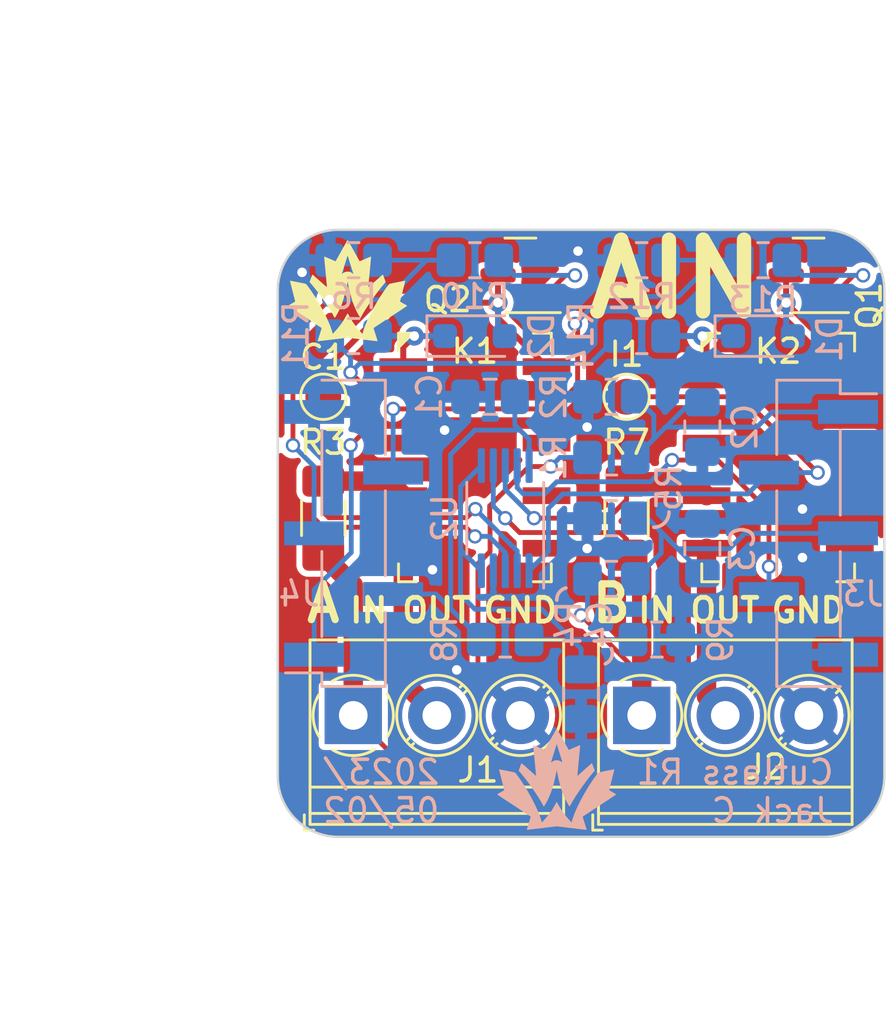
<source format=kicad_pcb>
(kicad_pcb (version 20221018) (generator pcbnew)
  (layers (0 "F.Cu" signal) (31 "B.Cu" signal) (34 "B.Paste" user) (35 "F.Paste" user) (36 "B.SilkS" user "B.Silkscreen") (37 "F.SilkS" user "F.Silkscreen") (38 "B.Mask" user) (39 "F.Mask" user) (44 "Edge.Cuts" user))
  (net 0 "")
  (net 1 "/VSENS1")
  (net 2 "/ISENS1")
  (net 3 "/VSENS2")
  (net 4 "/IN1")
  (net 5 "/OUT1")
  (net 6 "GND")
  (net 7 "+3V3")
  (net 8 "+5V")
  (net 9 "/ISENS2")
  (net 10 "/ON1")
  (net 11 "/IN2")
  (net 12 "/OUT2")
  (net 13 "/ON2")
  (net 14 "Net-(D1-K)")
  (net 15 "/I1-")
  (net 16 "/I2-")
  (net 18 "/VREF")
  (net 19 "Net-(D2-K)")
  (net 21 "Net-(Q1-B)")
  (net 23 "Net-(Q2-B)")
  (net 29 "/CTRL2")
  (net 30 "/CTRL1")
  (footprint "TestPoint:TestPoint_Pad_D1.5mm" (layer "F.Cu") (at 126.365 90.805)
    (fp_text reference "TP2" hide)
    (fp_text value "I1" (at 0 -1.778) (layer "F.SilkS"))
    (pad "1" smd circle (at 0 0) (size 1.5 1.5) (layers "F.Cu" "F.Mask") (net 2 "/ISENS1"))
  )
  (footprint "TerminalBlock_Phoenix:TerminalBlock_Phoenix_PT-1,5-3-3.5-H_1x03_P3.50mm_Horizontal" (layer "F.Cu") (at 127 104.14)
    (fp_text reference "J2" (at 5.207 2.159) (layer "F.SilkS"))
    (fp_text value "Port B")
    (pad "1" thru_hole rect (at 0 0) (size 2.4 2.4) (drill 1.2) (layers "*.Cu" "*.Mask") (net 11 "/IN2"))
    (pad "2" thru_hole circle (at 3.5 0) (size 2.4 2.4) (drill 1.2) (layers "*.Cu" "*.Mask") (net 12 "/OUT2"))
    (pad "3" thru_hole circle (at 7 0) (size 2.4 2.4) (drill 1.2) (layers "*.Cu" "*.Mask") (net 6 "GND"))
  )
  (footprint "Relay_SMD:Relay_2P2T_10x6mm_TE_IMxxG" (layer "F.Cu") (at 120.015 93.345)
    (fp_text reference "K1" (at 0 -4.445) (layer "F.SilkS"))
    (fp_text value "IM02G")
    (pad "1" smd rect (at -3 -3.8) (size 2 0.7) (layers "F.Cu" "F.Paste" "F.Mask") (net 19 "Net-(D2-K)"))
    (pad "2" smd rect (at -3 -0.6) (size 2 0.7) (layers "F.Cu" "F.Paste" "F.Mask"))
    (pad "3" smd rect (at -3 1.6) (size 2 0.7) (layers "F.Cu" "F.Paste" "F.Mask") (net 15 "/I1-"))
    (pad "4" smd rect (at -3 3.8) (size 2 0.7) (layers "F.Cu" "F.Paste" "F.Mask") (net 5 "/OUT1"))
    (pad "5" smd rect (at 3 3.8) (size 2 0.7) (layers "F.Cu" "F.Paste" "F.Mask"))
    (pad "6" smd rect (at 3 1.6) (size 2 0.7) (layers "F.Cu" "F.Paste" "F.Mask"))
    (pad "7" smd rect (at 3 -0.6) (size 2 0.7) (layers "F.Cu" "F.Paste" "F.Mask"))
    (pad "8" smd rect (at 3 -3.8) (size 2 0.7) (layers "F.Cu" "F.Paste" "F.Mask") (net 30 "/CTRL1"))
  )
  (footprint "Package_TO_SOT_SMD:SOT-23" (layer "F.Cu") (at 133.985 85.725 180)
    (fp_text reference "Q1" (at -2.54 -1.27 90) (layer "F.SilkS"))
    (fp_text value "BC846B")
    (pad "1" smd roundrect (at -0.9375 -0.95 180) (size 1.475 0.6) (layers "F.Cu" "F.Paste" "F.Mask") (net 21 "Net-(Q1-B)"))
    (pad "2" smd roundrect (at -0.9375 0.95 180) (size 1.475 0.6) (layers "F.Cu" "F.Paste" "F.Mask") (net 6 "GND"))
    (pad "3" smd roundrect (at 0.9375 0 180) (size 1.475 0.6) (layers "F.Cu" "F.Paste" "F.Mask") (net 29 "/CTRL2"))
  )
  (footprint "Resistor_SMD:R_1206_3216Metric_Pad1.30x1.75mm_HandSolder" (layer "F.Cu") (at 126.365 95.885 90)
    (fp_text reference "R7" (at 3.175 0 180) (layer "F.SilkS"))
    (fp_text value "7.5mR")
    (pad "1" smd roundrect (at -1.55 0 90) (size 1.3 1.75) (layers "F.Cu" "F.Paste" "F.Mask") (roundrect_rratio 0.192308) (net 11 "/IN2"))
    (pad "2" smd roundrect (at 1.55 0 90) (size 1.3 1.75) (layers "F.Cu" "F.Paste" "F.Mask") (roundrect_rratio 0.192308) (net 16 "/I2-"))
  )
  (footprint "TestPoint:TestPoint_Pad_D1.5mm" (layer "F.Cu") (at 113.665 90.805)
    (fp_text reference "TP1" hide)
    (fp_text value "C1" (at 0 -1.651) (layer "F.SilkS"))
    (pad "1" smd circle (at 0 0) (size 1.5 1.5) (layers "F.Cu" "F.Mask") (net 30 "/CTRL1"))
  )
  (footprint "Relay_SMD:Relay_2P2T_10x6mm_TE_IMxxG" (layer "F.Cu") (at 132.715 93.345)
    (fp_text reference "K2" (at 0 -4.445) (layer "F.SilkS"))
    (fp_text value "IM02G")
    (pad "1" smd rect (at -3 -3.8) (size 2 0.7) (layers "F.Cu" "F.Paste" "F.Mask") (net 14 "Net-(D1-K)"))
    (pad "2" smd rect (at -3 -0.6) (size 2 0.7) (layers "F.Cu" "F.Paste" "F.Mask"))
    (pad "3" smd rect (at -3 1.6) (size 2 0.7) (layers "F.Cu" "F.Paste" "F.Mask") (net 16 "/I2-"))
    (pad "4" smd rect (at -3 3.8) (size 2 0.7) (layers "F.Cu" "F.Paste" "F.Mask") (net 12 "/OUT2"))
    (pad "5" smd rect (at 3 3.8) (size 2 0.7) (layers "F.Cu" "F.Paste" "F.Mask"))
    (pad "6" smd rect (at 3 1.6) (size 2 0.7) (layers "F.Cu" "F.Paste" "F.Mask"))
    (pad "7" smd rect (at 3 -0.6) (size 2 0.7) (layers "F.Cu" "F.Paste" "F.Mask"))
    (pad "8" smd rect (at 3 -3.8) (size 2 0.7) (layers "F.Cu" "F.Paste" "F.Mask") (net 29 "/CTRL2"))
  )
  (footprint "Package_TO_SOT_SMD:SOT-23" (layer "F.Cu") (at 121.92 85.725 180)
    (fp_text reference "Q2" (at 3.048 -1.016) (layer "F.SilkS"))
    (fp_text value "BC846B")
    (pad "1" smd roundrect (at -0.9375 -0.95 180) (size 1.475 0.6) (layers "F.Cu" "F.Paste" "F.Mask") (net 23 "Net-(Q2-B)"))
    (pad "2" smd roundrect (at -0.9375 0.95 180) (size 1.475 0.6) (layers "F.Cu" "F.Paste" "F.Mask") (net 6 "GND"))
    (pad "3" smd roundrect (at 0.9375 0 180) (size 1.475 0.6) (layers "F.Cu" "F.Paste" "F.Mask") (net 30 "/CTRL1"))
  )
  (footprint "TerminalBlock_Phoenix:TerminalBlock_Phoenix_PT-1,5-3-3.5-H_1x03_P3.50mm_Horizontal" (layer "F.Cu") (at 114.92 104.14)
    (fp_text reference "J1" (at 5.222 2.286) (layer "F.SilkS"))
    (fp_text value "Port A")
    (pad "1" thru_hole rect (at 0 0) (size 2.4 2.4) (drill 1.2) (layers "*.Cu" "*.Mask") (net 4 "/IN1"))
    (pad "2" thru_hole circle (at 3.5 0) (size 2.4 2.4) (drill 1.2) (layers "*.Cu" "*.Mask") (net 5 "/OUT1"))
    (pad "3" thru_hole circle (at 7 0) (size 2.4 2.4) (drill 1.2) (layers "*.Cu" "*.Mask") (net 6 "GND"))
  )
  (footprint "Team_Logo:Logo_SilkScreen_5mm" (layer "F.Cu") (at 114.681 86.36)
    (fp_text reference "G***" hide)
    (fp_text value "LOGO" hide)
  )
  (footprint "Resistor_SMD:R_1206_3216Metric_Pad1.30x1.75mm_HandSolder" (layer "F.Cu") (at 113.665 95.885 90)
    (fp_text reference "R3" (at 3.175 0 180) (layer "F.SilkS"))
    (fp_text value "7.5mR")
    (pad "1" smd roundrect (at -1.55 0 90) (size 1.3 1.75) (layers "F.Cu" "F.Paste" "F.Mask") (roundrect_rratio 0.192308) (net 4 "/IN1"))
    (pad "2" smd roundrect (at 1.55 0 90) (size 1.3 1.75) (layers "F.Cu" "F.Paste" "F.Mask") (roundrect_rratio 0.192308) (net 15 "/I1-"))
  )
  (footprint "Capacitor_SMD:C_0805_2012Metric_Pad1.18x1.45mm_HandSolder" (layer "B.Cu") (at 129.54 97.155 90)
    (fp_text reference "C3" (at 0 1.68 90) (layer "B.SilkS") (effects (justify mirror)))
    (fp_text value "100n")
    (pad "1" smd roundrect (at -1.0375 0 90) (size 1.175 1.45) (layers "B.Cu" "B.Paste" "B.Mask") (roundrect_rratio 0.212766) (net 3 "/VSENS2"))
    (pad "2" smd roundrect (at 1.0375 0 90) (size 1.175 1.45) (layers "B.Cu" "B.Paste" "B.Mask") (roundrect_rratio 0.212766) (net 6 "GND"))
  )
  (footprint "Capacitor_SMD:C_0805_2012Metric_Pad1.18x1.45mm_HandSolder" (layer "B.Cu") (at 120.65 90.805 180)
    (fp_text reference "C1" (at 2.54 0 90) (layer "B.SilkS") (effects (justify mirror)))
    (fp_text value "100n")
    (pad "1" smd roundrect (at -1.0375 0 180) (size 1.175 1.45) (layers "B.Cu" "B.Paste" "B.Mask") (roundrect_rratio 0.212766) (net 7 "+3V3"))
    (pad "2" smd roundrect (at 1.0375 0 180) (size 1.175 1.45) (layers "B.Cu" "B.Paste" "B.Mask") (roundrect_rratio 0.212766) (net 6 "GND"))
  )
  (footprint "Team_Logo:Logo_SilkScreen_5mm" (layer "B.Cu") (at 123.444 106.807 180)
    (fp_text reference "G***" hide)
    (fp_text value "LOGO" hide)
  )
  (footprint "Resistor_SMD:R_0805_2012Metric_Pad1.20x1.40mm_HandSolder" (layer "B.Cu") (at 127 88.265)
    (fp_text reference "R14" (at -2.54 0 -90) (layer "B.SilkS") (effects (justify mirror)))
    (fp_text value "16R")
    (pad "1" smd roundrect (at -1 0) (size 1.2 1.4) (layers "B.Cu" "B.Paste" "B.Mask") (roundrect_rratio 0.208333) (net 8 "+5V"))
    (pad "2" smd roundrect (at 1 0) (size 1.2 1.4) (layers "B.Cu" "B.Paste" "B.Mask") (roundrect_rratio 0.208333) (net 14 "Net-(D1-K)"))
  )
  (footprint "Connector_PinHeader_2.54mm:PinHeader_1x05_P2.54mm_Vertical_SMD_Pin1Left" (layer "B.Cu") (at 114.935 96.52)
    (fp_text reference "J4" (at -2.286 2.54) (layer "B.SilkS") (effects (justify mirror)))
    (fp_text value "Power Input")
    (pad "1" smd rect (at -1.655 5.08) (size 2.51 1) (layers "B.Cu" "B.Paste" "B.Mask") (net 8 "+5V"))
    (pad "2" smd rect (at 1.655 2.54) (size 2.51 1) (layers "B.Cu" "B.Paste" "B.Mask") (net 7 "+3V3"))
    (pad "3" smd rect (at -1.655 0) (size 2.51 1) (layers "B.Cu" "B.Paste" "B.Mask") (net 10 "/ON1"))
    (pad "4" smd rect (at 1.655 -2.54) (size 2.51 1) (layers "B.Cu" "B.Paste" "B.Mask") (net 13 "/ON2"))
    (pad "5" smd rect (at -1.655 -5.08) (size 2.51 1) (layers "B.Cu" "B.Paste" "B.Mask") (net 6 "GND"))
  )
  (footprint "Resistor_SMD:R_0805_2012Metric_Pad1.20x1.40mm_HandSolder" (layer "B.Cu") (at 125.73 90.805 180)
    (fp_text reference "R2" (at 2.413 0 90) (layer "B.SilkS") (effects (justify mirror)))
    (fp_text value "15.0k")
    (pad "1" smd roundrect (at -1 0 180) (size 1.2 1.4) (layers "B.Cu" "B.Paste" "B.Mask") (roundrect_rratio 0.208333) (net 1 "/VSENS1"))
    (pad "2" smd roundrect (at 1 0 180) (size 1.2 1.4) (layers "B.Cu" "B.Paste" "B.Mask") (roundrect_rratio 0.208333) (net 6 "GND"))
  )
  (footprint "Resistor_SMD:R_0805_2012Metric_Pad1.20x1.40mm_HandSolder" (layer "B.Cu") (at 125.73 98.425 180)
    (fp_text reference "R4" (at 1.778 -1.905 270) (layer "B.SilkS") (effects (justify mirror)))
    (fp_text value "100k 1%")
    (pad "1" smd roundrect (at -1 0 180) (size 1.2 1.4) (layers "B.Cu" "B.Paste" "B.Mask") (roundrect_rratio 0.208333) (net 3 "/VSENS2"))
    (pad "2" smd roundrect (at 1 0 180) (size 1.2 1.4) (layers "B.Cu" "B.Paste" "B.Mask") (roundrect_rratio 0.208333) (net 11 "/IN2"))
  )
  (footprint "Resistor_SMD:R_0805_2012Metric_Pad1.20x1.40mm_HandSolder" (layer "B.Cu") (at 132.08 85.09 180)
    (fp_text reference "R13" (at 0 -1.651) (layer "B.SilkS") (effects (justify mirror)))
    (fp_text value "1k")
    (pad "1" smd roundrect (at -1 0 180) (size 1.2 1.4) (layers "B.Cu" "B.Paste" "B.Mask") (roundrect_rratio 0.208333) (net 21 "Net-(Q1-B)"))
    (pad "2" smd roundrect (at 1 0 180) (size 1.2 1.4) (layers "B.Cu" "B.Paste" "B.Mask") (roundrect_rratio 0.208333) (net 13 "/ON2"))
  )
  (footprint "Package_SO:VSSOP-10_3x3mm_P0.5mm" (layer "B.Cu") (at 121.285 95.885 90)
    (fp_text reference "U2" (at 0 -2.54 90) (layer "B.SilkS") (effects (justify mirror)))
    (fp_text value "INA2181A3")
    (pad "1" smd roundrect (at -2.2 1 90) (size 1.45 0.3) (layers "B.Cu" "B.Paste" "B.Mask") (net 2 "/ISENS1"))
    (pad "2" smd roundrect (at -2.2 0.5 90) (size 1.45 0.3) (layers "B.Cu" "B.Paste" "B.Mask") (net 15 "/I1-"))
    (pad "3" smd roundrect (at -2.2 0 90) (size 1.45 0.3) (layers "B.Cu" "B.Paste" "B.Mask") (net 4 "/IN1"))
    (pad "4" smd roundrect (at -2.2 -0.5 90) (size 1.45 0.3) (layers "B.Cu" "B.Paste" "B.Mask") (net 6 "GND"))
    (pad "5" smd roundrect (at -2.2 -1 90) (size 1.45 0.3) (layers "B.Cu" "B.Paste" "B.Mask") (net 18 "/VREF"))
    (pad "6" smd roundrect (at 2.2 -1 90) (size 1.45 0.3) (layers "B.Cu" "B.Paste" "B.Mask") (net 18 "/VREF"))
    (pad "7" smd roundrect (at 2.2 -0.5 90) (size 1.45 0.3) (layers "B.Cu" "B.Paste" "B.Mask") (net 11 "/IN2"))
    (pad "8" smd roundrect (at 2.2 0 90) (size 1.45 0.3) (layers "B.Cu" "B.Paste" "B.Mask") (net 16 "/I2-"))
    (pad "9" smd roundrect (at 2.2 0.5 90) (size 1.45 0.3) (layers "B.Cu" "B.Paste" "B.Mask") (net 9 "/ISENS2"))
    (pad "10" smd roundrect (at 2.2 1 90) (size 1.45 0.3) (layers "B.Cu" "B.Paste" "B.Mask") (net 7 "+3V3"))
  )
  (footprint "Diode_SMD:D_SOD-323_HandSoldering" (layer "B.Cu") (at 132.08 88.265)
    (fp_text reference "D1" (at 2.794 0.127 90) (layer "B.SilkS") (effects (justify mirror)))
    (fp_text value "1N4148WX")
    (pad "1" smd roundrect (at -1.25 0) (size 1 1) (layers "B.Cu" "B.Paste" "B.Mask") (net 14 "Net-(D1-K)"))
    (pad "2" smd roundrect (at 1.25 0) (size 1 1) (layers "B.Cu" "B.Paste" "B.Mask") (net 29 "/CTRL2"))
  )
  (footprint "Capacitor_SMD:C_0805_2012Metric_Pad1.18x1.45mm_HandSolder" (layer "B.Cu") (at 129.54 92.075 -90)
    (fp_text reference "C2" (at 0 -1.778 90) (layer "B.SilkS") (effects (justify mirror)))
    (fp_text value "100n")
    (pad "1" smd roundrect (at -1.0375 0 270) (size 1.175 1.45) (layers "B.Cu" "B.Paste" "B.Mask") (roundrect_rratio 0.212766) (net 1 "/VSENS1"))
    (pad "2" smd roundrect (at 1.0375 0 270) (size 1.175 1.45) (layers "B.Cu" "B.Paste" "B.Mask") (roundrect_rratio 0.212766) (net 6 "GND"))
  )
  (footprint "Resistor_SMD:R_0805_2012Metric_Pad1.20x1.40mm_HandSolder" (layer "B.Cu") (at 125.73 95.885 180)
    (fp_text reference "R5" (at -2.413 1.27 270) (layer "B.SilkS") (effects (justify mirror)))
    (fp_text value "15.0k")
    (pad "1" smd roundrect (at -1 0 180) (size 1.2 1.4) (layers "B.Cu" "B.Paste" "B.Mask") (roundrect_rratio 0.208333) (net 3 "/VSENS2"))
    (pad "2" smd roundrect (at 1 0 180) (size 1.2 1.4) (layers "B.Cu" "B.Paste" "B.Mask") (roundrect_rratio 0.208333) (net 6 "GND"))
  )
  (footprint "Capacitor_SMD:C_0805_2012Metric_Pad1.18x1.45mm_HandSolder" (layer "B.Cu") (at 124.46 103.251 -90)
    (fp_text reference "C4" (at -2.921 -0.762 -90) (layer "B.SilkS") (effects (justify mirror)))
    (fp_text value "100n")
    (pad "1" smd roundrect (at -1.0375 0 270) (size 1.175 1.45) (layers "B.Cu" "B.Paste" "B.Mask") (roundrect_rratio 0.212766) (net 18 "/VREF"))
    (pad "2" smd roundrect (at 1.0375 0 270) (size 1.175 1.45) (layers "B.Cu" "B.Paste" "B.Mask") (roundrect_rratio 0.212766) (net 6 "GND"))
  )
  (footprint "Resistor_SMD:R_0805_2012Metric_Pad1.20x1.40mm_HandSolder" (layer "B.Cu") (at 120.015 85.09 180)
    (fp_text reference "R10" (at 0 -1.524) (layer "B.SilkS") (effects (justify mirror)))
    (fp_text value "1k")
    (pad "1" smd roundrect (at -1 0 180) (size 1.2 1.4) (layers "B.Cu" "B.Paste" "B.Mask") (roundrect_rratio 0.208333) (net 23 "Net-(Q2-B)"))
    (pad "2" smd roundrect (at 1 0 180) (size 1.2 1.4) (layers "B.Cu" "B.Paste" "B.Mask") (roundrect_rratio 0.208333) (net 10 "/ON1"))
  )
  (footprint "Resistor_SMD:R_0805_2012Metric_Pad1.20x1.40mm_HandSolder" (layer "B.Cu") (at 114.935 85.09)
    (fp_text reference "R6" (at 0 1.524) (layer "B.SilkS") (effects (justify mirror)))
    (fp_text value "10k")
    (pad "1" smd roundrect (at -1 0) (size 1.2 1.4) (layers "B.Cu" "B.Paste" "B.Mask") (roundrect_rratio 0.208333) (net 6 "GND"))
    (pad "2" smd roundrect (at 1 0) (size 1.2 1.4) (layers "B.Cu" "B.Paste" "B.Mask") (roundrect_rratio 0.208333) (net 10 "/ON1"))
  )
  (footprint "Resistor_SMD:R_0805_2012Metric_Pad1.20x1.40mm_HandSolder" (layer "B.Cu") (at 127.635 100.965)
    (fp_text reference "R9" (at 2.667 0 -90) (layer "B.SilkS") (effects (justify mirror)))
    (fp_text value "10k")
    (pad "1" smd roundrect (at -1 0) (size 1.2 1.4) (layers "B.Cu" "B.Paste" "B.Mask") (roundrect_rratio 0.208333) (net 18 "/VREF"))
    (pad "2" smd roundrect (at 1 0) (size 1.2 1.4) (layers "B.Cu" "B.Paste" "B.Mask") (roundrect_rratio 0.208333) (net 6 "GND"))
  )
  (footprint "Resistor_SMD:R_0805_2012Metric_Pad1.20x1.40mm_HandSolder" (layer "B.Cu") (at 127 85.09)
    (fp_text reference "R12" (at 0 1.524) (layer "B.SilkS") (effects (justify mirror)))
    (fp_text value "10k")
    (pad "1" smd roundrect (at -1 0) (size 1.2 1.4) (layers "B.Cu" "B.Paste" "B.Mask") (roundrect_rratio 0.208333) (net 6 "GND"))
    (pad "2" smd roundrect (at 1 0) (size 1.2 1.4) (layers "B.Cu" "B.Paste" "B.Mask") (roundrect_rratio 0.208333) (net 13 "/ON2"))
  )
  (footprint "Resistor_SMD:R_0805_2012Metric_Pad1.20x1.40mm_HandSolder" (layer "B.Cu") (at 125.73 93.345 180)
    (fp_text reference "R1" (at 2.413 0 270) (layer "B.SilkS") (effects (justify mirror)))
    (fp_text value "100k 1%")
    (pad "1" smd roundrect (at -1 0 180) (size 1.2 1.4) (layers "B.Cu" "B.Paste" "B.Mask") (roundrect_rratio 0.208333) (net 1 "/VSENS1"))
    (pad "2" smd roundrect (at 1 0 180) (size 1.2 1.4) (layers "B.Cu" "B.Paste" "B.Mask") (roundrect_rratio 0.208333) (net 4 "/IN1"))
  )
  (footprint "Diode_SMD:D_SOD-323_HandSoldering" (layer "B.Cu") (at 120.015 88.265)
    (fp_text reference "D2" (at 2.794 0 90) (layer "B.SilkS") (effects (justify mirror)))
    (fp_text value "1N4148WX")
    (pad "1" smd roundrect (at -1.25 0) (size 1 1) (layers "B.Cu" "B.Paste" "B.Mask") (net 19 "Net-(D2-K)"))
    (pad "2" smd roundrect (at 1.25 0) (size 1 1) (layers "B.Cu" "B.Paste" "B.Mask") (net 30 "/CTRL1"))
  )
  (footprint "Resistor_SMD:R_0805_2012Metric_Pad1.20x1.40mm_HandSolder" (layer "B.Cu") (at 114.935 88.265)
    (fp_text reference "R11" (at -2.413 0 90) (layer "B.SilkS") (effects (justify mirror)))
    (fp_text value "16R")
    (pad "1" smd roundrect (at -1 0) (size 1.2 1.4) (layers "B.Cu" "B.Paste" "B.Mask") (roundrect_rratio 0.208333) (net 8 "+5V"))
    (pad "2" smd roundrect (at 1 0) (size 1.2 1.4) (layers "B.Cu" "B.Paste" "B.Mask") (roundrect_rratio 0.208333) (net 19 "Net-(D2-K)"))
  )
  (footprint "Connector_PinHeader_2.54mm:PinHeader_1x05_P2.54mm_Vertical_SMD_Pin1Left" (layer "B.Cu") (at 133.985 96.52 180)
    (fp_text reference "J3" (at -2.286 -2.54) (layer "B.SilkS") (effects (justify mirror)))
    (fp_text value "PPS IO")
    (pad "1" smd rect (at -1.655 5.08 180) (size 2.51 1) (layers "B.Cu" "B.Paste" "B.Mask") (net 1 "/VSENS1"))
    (pad "2" smd rect (at 1.655 2.54 180) (size 2.51 1) (layers "B.Cu" "B.Paste" "B.Mask") (net 2 "/ISENS1"))
    (pad "3" smd rect (at -1.655 0 180) (size 2.51 1) (layers "B.Cu" "B.Paste" "B.Mask") (net 3 "/VSENS2"))
    (pad "4" smd rect (at 1.655 -2.54 180) (size 2.51 1) (layers "B.Cu" "B.Paste" "B.Mask") (net 9 "/ISENS2"))
    (pad "5" smd rect (at -1.655 -5.08 180) (size 2.51 1) (layers "B.Cu" "B.Paste" "B.Mask") (net 6 "GND"))
  )
  (footprint "Resistor_SMD:R_0805_2012Metric_Pad1.20x1.40mm_HandSolder" (layer "B.Cu") (at 121.285 100.965 180)
    (fp_text reference "R8" (at 2.54 0 90) (layer "B.SilkS") (effects (justify mirror)))
    (fp_text value "10k")
    (pad "1" smd roundrect (at -1 0 180) (size 1.2 1.4) (layers "B.Cu" "B.Paste" "B.Mask") (roundrect_rratio 0.208333) (net 18 "/VREF"))
    (pad "2" smd roundrect (at 1 0 180) (size 1.2 1.4) (layers "B.Cu" "B.Paste" "B.Mask") (roundrect_rratio 0.208333) (net 7 "+3V3"))
  )
  (gr_arc (start 128.143 95.631) (mid 127.957013 96.080013) (end 127.508 96.266) (stroke (width 0.15)) (layer "B.SilkS"))
  (gr_arc (start 123.444 99.314) (mid 123.545402 98.993176) (end 123.825 98.806) (stroke (width 0.15)) (layer "B.SilkS"))
  (gr_arc (start 125.73 101.346) (mid 125.734277 101.716011) (end 125.476 101.981) (stroke (width 0.15)) (layer "B.SilkS"))
  (gr_arc (start 137.16 106.68) (mid 136.416051 108.476051) (end 134.62 109.22) (stroke (width 0.1)) (layer "Edge.Cuts"))
  (gr_line (start 111.76 106.68) (end 111.76 86.36) (stroke (width 0.1)) (layer "Edge.Cuts"))
  (gr_arc (start 111.76 86.36) (mid 112.503949 84.563949) (end 114.3 83.82) (stroke (width 0.1)) (layer "Edge.Cuts"))
  (gr_line (start 114.3 83.82) (end 134.62 83.82) (stroke (width 0.1)) (layer "Edge.Cuts"))
  (gr_arc (start 114.3 109.22) (mid 112.503949 108.476051) (end 111.76 106.68) (stroke (width 0.1)) (layer "Edge.Cuts"))
  (gr_line (start 137.16 86.36) (end 137.16 106.68) (stroke (width 0.1)) (layer "Edge.Cuts"))
  (gr_arc (start 134.62 83.82) (mid 136.416051 84.563949) (end 137.16 86.36) (stroke (width 0.1)) (layer "Edge.Cuts"))
  (gr_line (start 134.62 109.22) (end 114.3 109.22) (stroke (width 0.1)) (layer "Edge.Cuts"))
  (gr_text "Cutlass R1\nJack C" (at 135.128 108.712) (layer "B.SilkS") (effects (font (size 1 1)) (justify left bottom mirror)))
  (gr_text "2023/\n05/02" (at 118.618 108.712) (layer "B.SilkS") (effects (font (size 1 1)) (justify left bottom mirror)))
  (gr_text "AIN" (at 124.46 87.63) (layer "F.SilkS") (effects (font (size 3 3) (thickness 0.6) bold) (justify left bottom)))
  (gr_text "OUT" (at 118.42 100.33) (layer "F.SilkS") (effects (font (size 1 1) (thickness 0.2) bold) (justify bottom)))
  (gr_text "OUT" (at 130.485 100.33) (layer "F.SilkS") (effects (font (size 1 1) (thickness 0.2) bold) (justify bottom)))
  (gr_text "GND" (at 121.92 100.33) (layer "F.SilkS") (effects (font (size 1 1) (thickness 0.2) bold) (justify bottom)))
  (gr_text "B" (at 125.73 100.33) (layer "F.SilkS") (effects (font (size 1.5 1.5) (thickness 0.3) bold) (justify bottom)))
  (gr_text "IN" (at 115.57 100.33) (layer "F.SilkS") (effects (font (size 1 1) (thickness 0.2) bold) (justify bottom)))
  (gr_text "A" (at 113.665 100.33) (layer "F.SilkS") (effects (font (size 1.5 1.5) (thickness 0.3) bold) (justify bottom)))
  (gr_text "IN" (at 127.635 100.33) (layer "F.SilkS") (effects (font (size 1 1) (thickness 0.2) bold) (justify bottom)))
  (gr_text "GND" (at 133.985 100.33) (layer "F.SilkS") (effects (font (size 1 1) (thickness 0.2) bold) (justify bottom)))
  (segment (start 128 92.075) (end 131.826 92.075) (width 0.2032) (layer "B.Cu") (net 1))
  (segment (start 131.826 92.075) (end 132.461 91.44) (width 0.2032) (layer "B.Cu") (net 1))
  (segment (start 127.508 92.567) (end 127.5 92.575) (width 0.2032) (layer "B.Cu") (net 1))
  (segment (start 129.0535 91.0375) (end 128.016 92.075) (width 0.2032) (layer "B.Cu") (net 1))
  (segment (start 126.73 90.805) (end 127.508 91.583) (width 0.2032) (layer "B.Cu") (net 1))
  (segment (start 132.461 91.44) (end 135.64 91.44) (width 0.2032) (layer "B.Cu") (net 1))
  (segment (start 129.54 91.0375) (end 129.0535 91.0375) (width 0.2032) (layer "B.Cu") (net 1))
  (segment (start 128.016 92.075) (end 128 92.075) (width 0.2032) (layer "B.Cu") (net 1))
  (segment (start 127.5 92.575) (end 128 92.075) (width 0.2032) (layer "B.Cu") (net 1))
  (segment (start 126.73 93.345) (end 127.5 92.575) (width 0.2032) (layer "B.Cu") (net 1))
  (segment (start 127.508 91.583) (end 127.508 92.567) (width 0.2032) (layer "B.Cu") (net 1))
  (segment (start 134.366 93.98) (end 131.191 90.805) (width 0.2032) (layer "F.Cu") (net 2))
  (segment (start 131.191 90.805) (end 126.365 90.805) (width 0.2032) (layer "F.Cu") (net 2))
  (via (at 134.366 93.98) (size 0.6) (drill 0.4) (layers "F.Cu" "B.Cu") (net 2))
  (segment (start 122.285 98.085) (end 123.09181 97.27819) (width 0.2032) (layer "B.Cu") (net 2))
  (segment (start 123.698 94.869) (end 131.441 94.869) (width 0.2032) (layer "B.Cu") (net 2))
  (segment (start 134.366 93.98) (end 132.33 93.98) (width 0.2032) (layer "B.Cu") (net 2))
  (segment (start 131.441 94.869) (end 132.33 93.98) (width 0.2032) (layer "B.Cu") (net 2))
  (segment (start 123.09181 95.47519) (end 123.698 94.869) (width 0.2032) (layer "B.Cu") (net 2))
  (segment (start 123.09181 97.27819) (end 123.09181 95.47519) (width 0.2032) (layer "B.Cu") (net 2))
  (segment (start 126.73 98.425) (end 127.81475 97.34025) (width 0.2032) (layer "B.Cu") (net 3))
  (segment (start 128.51325 97.16575) (end 130.67225 97.16575) (width 0.2032) (layer "B.Cu") (net 3))
  (segment (start 131.318 96.52) (end 135.64 96.52) (width 0.2032) (layer "B.Cu") (net 3))
  (segment (start 127.2325 95.885) (end 127.81475 96.46725) (width 0.2032) (layer "B.Cu") (net 3))
  (segment (start 127.81475 97.34025) (end 127.81475 96.46725) (width 0.2032) (layer "B.Cu") (net 3))
  (segment (start 127.81475 96.46725) (end 128.51325 97.16575) (width 0.2032) (layer "B.Cu") (net 3))
  (segment (start 126.73 95.885) (end 127.2325 95.885) (width 0.2032) (layer "B.Cu") (net 3))
  (segment (start 128.51325 97.16575) (end 129.54 98.1925) (width 0.2032) (layer "B.Cu") (net 3))
  (segment (start 130.67225 97.16575) (end 131.318 96.52) (width 0.2032) (layer "B.Cu") (net 3))
  (segment (start 120.633403 96.089003) (end 120.65 96.1056) (width 0.2032) (layer "F.Cu") (net 4))
  (segment (start 120.015 96.647) (end 119.634 96.266) (width 0.2032) (layer "F.Cu") (net 4))
  (segment (start 120.65 96.1056) (end 120.65 97.282) (width 0.2032) (layer "F.Cu") (net 4))
  (segment (start 120.142 104.775) (end 118.999 105.918) (width 0.2032) (layer "F.Cu") (net 4))
  (segment (start 113.919 96.266) (end 113.665 96.52) (width 0.2032) (layer "F.Cu") (net 4))
  (segment (start 123.19 93.726) (end 122.2808 93.726) (width 0.2032) (layer "F.Cu") (net 4))
  (segment (start 120.65 97.282) (end 120.142 97.79) (width 0.2032) (layer "F.Cu") (net 4))
  (segment (start 113.665 96.52) (end 113.665 97.435) (width 0.2032) (layer "F.Cu") (net 4))
  (segment (start 114.92 98.69) (end 113.665 97.435) (width 0.8128) (layer "F.Cu") (net 4))
  (segment (start 116.698 105.918) (end 114.92 104.14) (width 0.2032) (layer "F.Cu") (net 4))
  (segment (start 119.634 96.266) (end 113.919 96.266) (width 0.2032) (layer "F.Cu") (net 4))
  (segment (start 118.999 105.918) (end 116.698 105.918) (width 0.2032) (layer "F.Cu") (net 4))
  (segment (start 120.142 97.79) (end 120.142 104.775) (width 0.2032) (layer "F.Cu") (net 4))
  (segment (start 120.633403 95.373397) (end 120.633403 96.089003) (width 0.2032) (layer "F.Cu") (net 4))
  (segment (start 122.2808 93.726) (end 120.633403 95.373397) (width 0.2032) (layer "F.Cu") (net 4))
  (segment (start 114.92 104.14) (end 114.92 98.69) (width 0.8128) (layer "F.Cu") (net 4))
  (via (at 120.015 96.647) (size 0.6) (drill 0.4) (layers "F.Cu" "B.Cu") (net 4))
  (via (at 123.19 93.726) (size 0.6) (drill 0.4) (layers "F.Cu" "B.Cu") (net 4))
  (segment (start 120.604593 96.647) (end 121.285 97.327407) (width 0.2032) (layer "B.Cu") (net 4))
  (segment (start 123.571 93.345) (end 123.19 93.726) (width 0.2032) (layer "B.Cu") (net 4))
  (segment (start 120.015 96.647) (end 120.604593 96.647) (width 0.2032) (layer "B.Cu") (net 4))
  (segment (start 121.285 97.327407) (end 121.285 98.085) (width 0.2032) (layer "B.Cu") (net 4))
  (segment (start 124.73 93.345) (end 123.571 93.345) (width 0.2032) (layer "B.Cu") (net 4))
  (segment (start 117.015 102.735) (end 118.42 104.14) (width 0.8128) (layer "F.Cu") (net 5))
  (segment (start 117.015 97.145) (end 117.015 102.735) (width 0.8128) (layer "F.Cu") (net 5))
  (via (at 118.745 92.202) (size 0.6) (drill 0.4) (layers "F.Cu" "B.Cu") (net 6))
  (via (at 119.253 102.235) (size 0.8) (drill 0.4) (layers "F.Cu" "B.Cu") (net 6))
  (via (at 124.714 92.075) (size 0.6) (drill 0.4) (layers "F.Cu" "B.Cu") (net 6))
  (via (at 124.714 97.155) (size 0.6) (drill 0.4) (layers "F.Cu" "B.Cu") (net 6))
  (via (at 133.731 97.536) (size 0.6) (drill 0.4) (layers "F.Cu" "B.Cu") (net 6))
  (via (at 124.333 84.709) (size 0.6) (drill 0.4) (layers "F.Cu" "B.Cu") (net 6))
  (via (at 118.237 98.044) (size 0.6) (drill 0.4) (layers "F.Cu" "B.Cu") (net 6))
  (via (at 112.776 85.598) (size 0.6) (drill 0.4) (layers "F.Cu" "B.Cu") (net 6))
  (via (at 133.731 95.504) (size 0.6) (drill 0.4) (layers "F.Cu" "B.Cu") (net 6))
  (segment (start 120.785 98.085) (end 120.785 99.068) (width 0.2032) (layer "B.Cu") (net 6))
  (segment (start 120.785 99.068) (end 120.904 99.187) (width 0.2032) (layer "B.Cu") (net 6))
  (segment (start 116.59 99.06) (end 118.38 99.06) (width 0.2032) (layer "B.Cu") (net 7))
  (segment (start 122.285 93.685) (end 122.285 92.583) (width 0.2032) (layer "B.Cu") (net 7))
  (segment (start 116.59 99.06) (end 118.364 99.06) (width 0.2032) (layer "B.Cu") (net 7))
  (segment (start 121.904 92.202) (end 120.015 92.202) (width 0.2032) (layer "B.Cu") (net 7))
  (segment (start 119.007 99.687) (end 120.285 100.965) (width 0.2032) (layer "B.Cu") (net 7))
  (segment (start 121.6875 90.805) (end 121.6875 91.9855) (width 0.2032) (layer "B.Cu") (net 7))
  (segment (start 120.015 92.202) (end 118.999 93.218) (width 0.2032) (layer "B.Cu") (net 7))
  (segment (start 122.285 92.583) (end 121.904 92.202) (width 0.2032) (layer "B.Cu") (net 7))
  (segment (start 118.999 99.679) (end 119.007 99.687) (width 0.2032) (layer "B.Cu") (net 7))
  (segment (start 118.38 99.06) (end 119.007 99.687) (width 0.2032) (layer "B.Cu") (net 7))
  (segment (start 121.6875 91.9855) (end 121.904 92.202) (width 0.2032) (layer "B.Cu") (net 7))
  (segment (start 118.999 93.218) (end 118.999 99.679) (width 0.2032) (layer "B.Cu") (net 7))
  (segment (start 114.808 92.837) (end 115.443 92.202) (width 0.2032) (layer "F.Cu") (net 8))
  (segment (start 115.443 90.424) (end 114.808 89.789) (width 0.2032) (layer "F.Cu") (net 8))
  (segment (start 115.443 92.202) (end 115.443 90.424) (width 0.2032) (layer "F.Cu") (net 8))
  (via (at 114.808 92.837) (size 0.6) (drill 0.4) (layers "F.Cu" "B.Cu") (net 8))
  (via (at 114.808 89.789) (size 0.6) (drill 0.4) (layers "F.Cu" "B.Cu") (net 8))
  (segment (start 114.8366 97.3216) (end 114.8366 92.8656) (width 0.2032) (layer "B.Cu") (net 8))
  (segment (start 113.284 101.596) (end 113.284 98.8742) (width 0.2032) (layer "B.Cu") (net 8))
  (segment (start 124.857 89.408) (end 126 88.265) (width 0.2032) (layer "B.Cu") (net 8))
  (segment (start 113.28 101.6) (end 113.284 101.596) (width 0.2032) (layer "B.Cu") (net 8))
  (segment (start 114.808 89.789) (end 115.189 89.408) (width 0.2032) (layer "B.Cu") (net 8))
  (segment (start 113.284 98.8742) (end 114.8366 97.3216) (width 0.2032) (layer "B.Cu") (net 8))
  (segment (start 115.189 89.408) (end 124.857 89.408) (width 0.2032) (layer "B.Cu") (net 8))
  (segment (start 114.808 89.138) (end 113.935 88.265) (width 0.2032) (layer "B.Cu") (net 8))
  (segment (start 114.8366 92.8656) (end 114.808 92.837) (width 0.2032) (layer "B.Cu") (net 8))
  (segment (start 114.808 89.789) (end 114.808 89.138) (width 0.2032) (layer "B.Cu") (net 8))
  (segment (start 130.178299 93.455099) (end 128.27 93.455099) (width 0.2032) (layer "F.Cu") (net 9))
  (segment (start 132.33 95.6068) (end 130.178299 93.455099) (width 0.2032) (layer "F.Cu") (net 9))
  (segment (start 132.33 97.917) (end 132.33 95.6068) (width 0.2032) (layer "F.Cu") (net 9))
  (via (at 128.27 93.455099) (size 0.6) (drill 0.4) (layers "F.Cu" "B.Cu") (net 9))
  (via (at 132.33 97.917) (size 0.6) (drill 0.4) (layers "F.Cu" "B.Cu") (net 9))
  (segment (start 122.936 94.869) (end 122.047 94.869) (width 0.2032) (layer "B.Cu") (net 9))
  (segment (start 132.33 97.917) (end 132.33 99.06) (width 0.2032) (layer "B.Cu") (net 9))
  (segment (start 128.27 93.455099) (end 127.364099 94.361) (width 0.2032) (layer "B.Cu") (net 9))
  (segment (start 122.047 94.869) (end 121.785 94.607) (width 0.2032) (layer "B.Cu") (net 9))
  (segment (start 121.785 94.607) (end 121.785 93.685) (width 0.2032) (layer "B.Cu") (net 9))
  (segment (start 123.444 94.361) (end 122.936 94.869) (width 0.2032) (layer "B.Cu") (net 9))
  (segment (start 127.364099 94.361) (end 123.444 94.361) (width 0.2032) (layer "B.Cu") (net 9))
  (segment (start 112.395 88.265) (end 113.919 86.741) (width 0.2032) (layer "F.Cu") (net 10))
  (segment (start 112.395 92.837) (end 112.395 88.265) (width 0.2032) (layer "F.Cu") (net 10))
  (via (at 112.395 92.837) (size 0.6) (drill 0.4) (layers "F.Cu" "B.Cu") (net 10))
  (via (at 113.919 86.741) (size 0.6) (drill 0.4) (layers "F.Cu" "B.Cu") (net 10))
  (segment (start 113.28 96.52) (end 113.28 93.722) (width 0.2032) (layer "B.Cu") (net 10))
  (segment (start 116.332 86.741) (end 117.983 85.09) (width 0.2032) (layer "B.Cu") (net 10))
  (segment (start 119.015 85.09) (end 117.983 85.09) (width 0.2032) (layer "B.Cu") (net 10))
  (segment (start 117.983 85.09) (end 115.935 85.09) (width 0.2032) (layer "B.Cu") (net 10))
  (segment (start 113.919 86.741) (end 116.332 86.741) (width 0.2032) (layer "B.Cu") (net 10))
  (segment (start 113.28 93.722) (end 112.395 92.837) (width 0.2032) (layer "B.Cu") (net 10))
  (segment (start 121.285 95.885) (end 121.8866 96.4866) (width 0.2032) (layer "F.Cu") (net 11))
  (segment (start 124.46 99.949) (end 127 102.489) (width 0.2032) (layer "F.Cu") (net 11))
  (segment (start 127 104.14) (end 127 102.489) (width 0.8128) (layer "F.Cu") (net 11))
  (segment (start 126.0776 96.4866) (end 126.365 96.774) (width 0.2032) (layer "F.Cu") (net 11))
  (segment (start 127 98.07) (end 126.365 97.435) (width 0.8128) (layer "F.Cu") (net 11))
  (segment (start 121.8866 96.4866) (end 126.0776 96.4866) (width 0.2032) (layer "F.Cu") (net 11))
  (segment (start 127 102.489) (end 127 98.07) (width 0.8128) (layer "F.Cu") (net 11))
  (segment (start 126.365 96.774) (end 126.365 97.435) (width 0.2032) (layer "F.Cu") (net 11))
  (via (at 124.46 99.949) (size 0.6) (drill 0.4) (layers "F.Cu" "B.Cu") (net 11))
  (via (at 121.285 95.885) (size 0.6) (drill 0.4) (layers "F.Cu" "B.Cu") (net 11))
  (segment (start 121.285 95.885) (end 120.785 95.385) (width 0.2032) (layer "B.Cu") (net 11))
  (segment (start 124.73 98.425) (end 124.73 99.679) (width 0.2032) (layer "B.Cu") (net 11))
  (segment (start 120.785 95.385) (end 120.785 93.685) (width 0.2032) (layer "B.Cu") (net 11))
  (segment (start 124.73 99.679) (end 124.46 99.949) (width 0.2032) (layer "B.Cu") (net 11))
  (segment (start 129.715 103.355) (end 130.5 104.14) (width 0.8128) (layer "F.Cu") (net 12))
  (segment (start 129.715 97.145) (end 129.715 103.355) (width 0.8128) (layer "F.Cu") (net 12))
  (segment (start 124.3166 90.3134) (end 124.3166 87.8676) (width 0.2032) (layer "F.Cu") (net 13))
  (segment (start 124.3166 87.8676) (end 124.206 87.757) (width 0.2032) (layer "F.Cu") (net 13))
  (segment (start 116.59 91.313) (end 123.317 91.313) (width 0.2032) (layer "F.Cu") (net 13))
  (segment (start 123.317 91.313) (end 124.3166 90.3134) (width 0.2032) (layer "F.Cu") (net 13))
  (via (at 124.206 87.757) (size 0.6) (drill 0.4) (layers "F.Cu" "B.Cu") (net 13))
  (via (at 116.59 91.313) (size 0.6) (drill 0.4) (layers "F.Cu" "B.Cu") (net 13))
  (segment (start 116.59 91.313) (end 116.59 93.98) (width 0.2032) (layer "B.Cu") (net 13))
  (segment (start 128.524 86.614) (end 130.048 85.09) (width 0.2032) (layer "B.Cu") (net 13))
  (segment (start 130.048 85.09) (end 131.08 85.09) (width 0.2032) (layer "B.Cu") (net 13))
  (segment (start 124.206 87.757) (end 125.349 86.614) (width 0.2032) (layer "B.Cu") (net 13))
  (segment (start 128 85.09) (end 130.048 85.09) (width 0.2032) (layer "B.Cu") (net 13))
  (segment (start 125.349 86.614) (end 128.524 86.614) (width 0.2032) (layer "B.Cu") (net 13))
  (segment (start 129.54 88.265) (end 129.715 88.44) (width 0.25) (layer "F.Cu") (net 14))
  (segment (start 129.715 88.44) (end 129.715 89.545) (width 0.25) (layer "F.Cu") (net 14))
  (via (at 129.54 88.265) (size 0.8) (drill 0.4) (layers "F.Cu" "B.Cu") (net 14))
  (segment (start 129.54 88.265) (end 128 88.265) (width 0.25) (layer "B.Cu") (net 14))
  (segment (start 129.54 88.265) (end 130.83 88.265) (width 0.25) (layer "B.Cu") (net 14))
  (segment (start 119.673003 95.8628) (end 113.8968 95.8628) (width 0.2032) (layer "F.Cu") (net 15))
  (segment (start 113.8968 95.8628) (end 113.665 95.631) (width 0.2032) (layer "F.Cu") (net 15))
  (segment (start 120.031803 95.504) (end 119.673003 95.8628) (width 0.2032) (layer "F.Cu") (net 15))
  (segment (start 116.405 94.335) (end 117.015 94.945) (width 0.8128) (layer "F.Cu") (net 15))
  (segment (start 113.665 95.631) (end 113.665 94.335) (width 0.2032) (layer "F.Cu") (net 15))
  (segment (start 113.665 94.335) (end 116.405 94.335) (width 0.8128) (layer "F.Cu") (net 15))
  (via (at 120.031803 95.504) (size 0.6) (drill 0.4) (layers "F.Cu" "B.Cu") (net 15))
  (segment (start 121.785 97.257197) (end 121.785 98.085) (width 0.2032) (layer "B.Cu") (net 15))
  (segment (start 120.031803 95.504) (end 121.785 97.257197) (width 0.2032) (layer "B.Cu") (net 15))
  (segment (start 125.603 95.885) (end 126.365 95.123) (width 0.2032) (layer "F.Cu") (net 16))
  (segment (start 126.390999 94.360999) (end 126.365 94.335) (width 0.8128) (layer "F.Cu") (net 16))
  (segment (start 122.49021 95.885) (end 125.603 95.885) (width 0.2032) (layer "F.Cu") (net 16))
  (segment (start 129.715 94.945) (end 129.130999 94.360999) (width 0.8128) (layer "F.Cu") (net 16))
  (segment (start 126.365 95.123) (end 126.365 94.335) (width 0.2032) (layer "F.Cu") (net 16))
  (segment (start 129.130999 94.360999) (end 126.390999 94.360999) (width 0.8128) (layer "F.Cu") (net 16))
  (via (at 122.49021 95.885) (size 0.6) (drill 0.4) (layers "F.Cu" "B.Cu") (net 16))
  (segment (start 122.49021 95.885) (end 121.285 94.67979) (width 0.2032) (layer "B.Cu") (net 16))
  (segment (start 121.285 94.67979) (end 121.285 93.685) (width 0.2032) (layer "B.Cu") (net 16))
  (segment (start 125.349 100.965) (end 126.5975 100.965) (width 0.2032) (layer "B.Cu") (net 18))
  (segment (start 119.4134 94.5566) (end 119.4134 97.2134) (width 0.2032) (layer "B.Cu") (net 18))
  (segment (start 120.015 99.695) (end 122.809 99.695) (width 0.2032) (layer "B.Cu") (net 18))
  (segment (start 124.079 100.965) (end 125.349 100.965) (width 0.2032) (layer "B.Cu") (net 18))
  (segment (start 120.285 93.685) (end 119.4134 94.5566) (width 0.2032) (layer "B.Cu") (net 18))
  (segment (start 124.46 101.346) (end 124.079 100.965) (width 0.2032) (layer "B.Cu") (net 18))
  (segment (start 124.46 102.251) (end 124.46 101.346) (width 0.2032) (layer "B.Cu") (net 18))
  (segment (start 119.4134 97.2134) (end 119.4134 99.0934) (width 0.2032) (layer "B.Cu") (net 18))
  (segment (start 119.4134 99.0934) (end 120.015 99.695) (width 0.2032) (layer "B.Cu") (net 18))
  (segment (start 119.4134 97.2134) (end 120.285 98.085) (width 0.2032) (layer "B.Cu") (net 18))
  (segment (start 122.809 99.695) (end 124.079 100.965) (width 0.2032) (layer "B.Cu") (net 18))
  (segment (start 122.285 100.965) (end 124.079 100.965) (width 0.2032) (layer "B.Cu") (net 18))
  (segment (start 117.015 88.725) (end 117.015 89.545) (width 0.25) (layer "F.Cu") (net 19))
  (segment (start 117.475 88.265) (end 117.015 88.725) (width 0.25) (layer "F.Cu") (net 19))
  (via (at 117.475 88.265) (size 0.8) (drill 0.4) (layers "F.Cu" "B.Cu") (net 19))
  (segment (start 117.475 88.265) (end 118.765 88.265) (width 0.25) (layer "B.Cu") (net 19))
  (segment (start 117.475 88.265) (end 115.935 88.265) (width 0.25) (layer "B.Cu") (net 19))
  (segment (start 135.8725 85.725) (end 134.9225 86.675) (width 0.2032) (layer "F.Cu") (net 21))
  (segment (start 136.271 85.725) (end 135.8725 85.725) (width 0.2032) (layer "F.Cu") (net 21))
  (via (at 136.271 85.725) (size 0.6) (drill 0.4) (layers "F.Cu" "B.Cu") (net 21))
  (segment (start 136.271 85.725) (end 133.715 85.725) (width 0.2032) (layer "B.Cu") (net 21))
  (segment (start 133.715 85.725) (end 133.08 85.09) (width 0.2032) (layer "B.Cu") (net 21))
  (segment (start 123.8075 85.725) (end 122.8575 86.675) (width 0.2032) (layer "F.Cu") (net 23))
  (segment (start 124.206 85.725) (end 123.8075 85.725) (width 0.2032) (layer "F.Cu") (net 23))
  (via (at 124.206 85.725) (size 0.6) (drill 0.4) (layers "F.Cu" "B.Cu") (net 23))
  (segment (start 121.65 85.725) (end 121.015 85.09) (width 0.2032) (layer "B.Cu") (net 23))
  (segment (start 124.206 85.725) (end 121.65 85.725) (width 0.2032) (layer "B.Cu") (net 23))
  (segment (start 133.0475 86.8775) (end 133.0475 85.725) (width 0.25) (layer "F.Cu") (net 29))
  (segment (start 133.0475 86.8775) (end 135.715 89.545) (width 0.25) (layer "F.Cu") (net 29))
  (via (at 133.0475 86.8775) (size 0.8) (drill 0.4) (layers "F.Cu" "B.Cu") (net 29))
  (segment (start 133.0475 87.9825) (end 133.33 88.265) (width 0.25) (layer "B.Cu") (net 29))
  (segment (start 133.0475 86.8775) (end 133.0475 87.9825) (width 0.25) (layer "B.Cu") (net 29))
  (segment (start 120.9825 86.868) (end 120.9825 87.5125) (width 0.25) (layer "F.Cu") (net 30))
  (segment (start 120.9825 86.868) (end 120.9825 85.725) (width 0.25) (layer "F.Cu") (net 30))
  (segment (start 120.9825 86.868) (end 116.54134 86.868) (width 0.25) (layer "F.Cu") (net 30))
  (segment (start 113.665 89.74434) (end 113.665 90.805) (width 0.25) (layer "F.Cu") (net 30))
  (segment (start 120.9825 87.5125) (end 123.015 89.545) (width 0.25) (layer "F.Cu") (net 30))
  (segment (start 116.54134 86.868) (end 113.665 89.74434) (width 0.25) (layer "F.Cu") (net 30))
  (via (at 120.9825 86.868) (size 0.8) (drill 0.4) (layers "F.Cu" "B.Cu") (net 30))
  (segment (start 120.9825 86.868) (end 120.9825 87.9825) (width 0.25) (layer "B.Cu") (net 30))
  (segment (start 120.9825 87.9825) (end 121.265 88.265) (width 0.25) (layer "B.Cu") (net 30))
  (zone (net 6) (net_name "GND") (layers "F&B.Cu") (connect_pads (clearance 0.25)) (min_thickness 0.25) (fill yes (thermal_gap 0.25) (thermal_bridge_width 0.5))
    (polygon (pts (xy 111.76 83.82) (xy 111.76 109.22) (xy 137.16 109.22) (xy 137.16 83.82)))
  )
)
</source>
